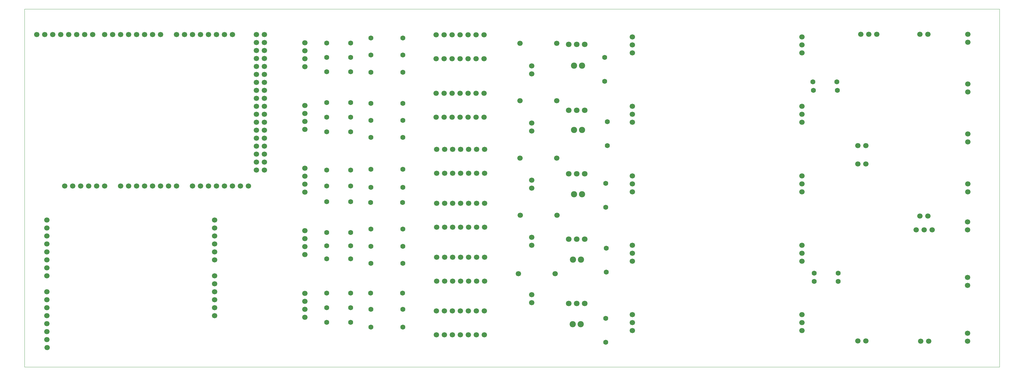
<source format=gbs>
%FSLAX43Y43*%
%MOMM*%
G71*
G01*
G75*
G04 Layer_Color=16711935*
%ADD10C,0.250*%
%ADD11C,0.254*%
%ADD12C,0.100*%
%ADD13C,1.500*%
%ADD14C,1.500*%
%ADD15C,1.400*%
%ADD16C,1.778*%
%ADD17C,1.600*%
%ADD18C,1.000*%
%ADD19C,2.000*%
%ADD20C,0.200*%
%ADD21C,0.127*%
%ADD22C,0.500*%
%ADD23C,1.700*%
%ADD24C,1.700*%
%ADD25C,1.600*%
%ADD26C,1.978*%
%ADD27C,1.800*%
D12*
X-0Y-0D02*
Y114000D01*
Y-0D02*
X310000D01*
Y114000D01*
X-0D02*
X310000D01*
D23*
X146320Y34970D02*
D03*
X143780D02*
D03*
X141240D02*
D03*
X138700D02*
D03*
X136160D02*
D03*
X133620D02*
D03*
X131080D02*
D03*
X146320Y27350D02*
D03*
X143780D02*
D03*
X141240D02*
D03*
X138700D02*
D03*
X136160D02*
D03*
X133620D02*
D03*
X131080D02*
D03*
X146320Y52140D02*
D03*
X143780D02*
D03*
X141240D02*
D03*
X138700D02*
D03*
X136160D02*
D03*
X133620D02*
D03*
X131080D02*
D03*
X146320Y44520D02*
D03*
X143780D02*
D03*
X141240D02*
D03*
X138700D02*
D03*
X136160D02*
D03*
X133620D02*
D03*
X131080D02*
D03*
X146140Y87210D02*
D03*
X143600D02*
D03*
X141060D02*
D03*
X138520D02*
D03*
X135980D02*
D03*
X133440D02*
D03*
X130900D02*
D03*
X146140Y79590D02*
D03*
X143600D02*
D03*
X141060D02*
D03*
X138520D02*
D03*
X135980D02*
D03*
X133440D02*
D03*
X130900D02*
D03*
X146140Y105820D02*
D03*
X143600D02*
D03*
X141060D02*
D03*
X138520D02*
D03*
X135980D02*
D03*
X133440D02*
D03*
X130900D02*
D03*
X146140Y98200D02*
D03*
X143600D02*
D03*
X141060D02*
D03*
X138520D02*
D03*
X135980D02*
D03*
X133440D02*
D03*
X130900D02*
D03*
X146180Y17800D02*
D03*
X143640D02*
D03*
X141100D02*
D03*
X138560D02*
D03*
X136020D02*
D03*
X133480D02*
D03*
X130940D02*
D03*
X146180Y10180D02*
D03*
X143640D02*
D03*
X141100D02*
D03*
X138560D02*
D03*
X136020D02*
D03*
X133480D02*
D03*
X130940D02*
D03*
X146320Y69310D02*
D03*
X143780D02*
D03*
X141240D02*
D03*
X138700D02*
D03*
X136160D02*
D03*
X133620D02*
D03*
X131080D02*
D03*
X146320Y61690D02*
D03*
X143780D02*
D03*
X141240D02*
D03*
X138700D02*
D03*
X136160D02*
D03*
X133620D02*
D03*
X131080D02*
D03*
D24*
X287240Y106000D02*
D03*
X284700D02*
D03*
X287240Y48100D02*
D03*
X284700D02*
D03*
X299900Y43660D02*
D03*
Y46200D02*
D03*
X267500Y64700D02*
D03*
X264960D02*
D03*
X267500Y8240D02*
D03*
X264960D02*
D03*
X299900Y8200D02*
D03*
Y10740D02*
D03*
Y25930D02*
D03*
Y28470D02*
D03*
X89100Y95660D02*
D03*
Y98200D02*
D03*
Y100740D02*
D03*
Y103280D02*
D03*
Y75690D02*
D03*
Y78230D02*
D03*
Y80770D02*
D03*
Y83310D02*
D03*
Y55720D02*
D03*
Y58260D02*
D03*
Y60800D02*
D03*
Y63340D02*
D03*
Y35750D02*
D03*
Y38290D02*
D03*
Y40830D02*
D03*
Y43370D02*
D03*
Y15780D02*
D03*
Y18320D02*
D03*
Y20860D02*
D03*
Y23400D02*
D03*
X161300Y77685D02*
D03*
Y75145D02*
D03*
Y59470D02*
D03*
Y56930D02*
D03*
Y41255D02*
D03*
Y38715D02*
D03*
Y23040D02*
D03*
Y20500D02*
D03*
X288640Y43660D02*
D03*
X286100D02*
D03*
X283560D02*
D03*
X284960Y8200D02*
D03*
X287500D02*
D03*
X265960Y105960D02*
D03*
X268500D02*
D03*
X271040D02*
D03*
X264960Y70500D02*
D03*
X267500D02*
D03*
X7200Y6150D02*
D03*
X7100Y23930D02*
D03*
Y21390D02*
D03*
Y18850D02*
D03*
Y16310D02*
D03*
Y13770D02*
D03*
Y11230D02*
D03*
Y8690D02*
D03*
X60400Y34080D02*
D03*
Y36620D02*
D03*
Y39160D02*
D03*
Y41700D02*
D03*
Y44240D02*
D03*
Y46780D02*
D03*
X7100Y29000D02*
D03*
Y31540D02*
D03*
Y34080D02*
D03*
Y36620D02*
D03*
Y39160D02*
D03*
Y41700D02*
D03*
Y44240D02*
D03*
Y46780D02*
D03*
X157575Y103100D02*
D03*
X169225D02*
D03*
X157575Y84825D02*
D03*
X169225D02*
D03*
X157575Y66550D02*
D03*
X169225D02*
D03*
X157675Y48300D02*
D03*
X169325D02*
D03*
X157075Y29700D02*
D03*
X168725D02*
D03*
X60400Y29020D02*
D03*
Y26480D02*
D03*
Y23940D02*
D03*
Y21400D02*
D03*
Y18860D02*
D03*
Y16320D02*
D03*
X300000Y103460D02*
D03*
Y106000D02*
D03*
Y87573D02*
D03*
Y90113D02*
D03*
Y71687D02*
D03*
Y74227D02*
D03*
X73720Y105910D02*
D03*
X76260D02*
D03*
X73720Y103370D02*
D03*
X76260D02*
D03*
X73720Y100830D02*
D03*
X76260D02*
D03*
X73720Y98290D02*
D03*
X76260D02*
D03*
X73720Y95750D02*
D03*
X76260D02*
D03*
X73720Y93210D02*
D03*
X76260D02*
D03*
X73720Y90670D02*
D03*
X76260D02*
D03*
X73720Y88130D02*
D03*
X76260D02*
D03*
X73720Y85590D02*
D03*
X76260D02*
D03*
X73720Y83050D02*
D03*
X76260D02*
D03*
X73720Y80510D02*
D03*
X76260D02*
D03*
X73720Y77970D02*
D03*
X76260D02*
D03*
X73720Y75430D02*
D03*
X76260D02*
D03*
X73720Y72890D02*
D03*
X76260D02*
D03*
X73720Y70350D02*
D03*
X76260D02*
D03*
X73720Y67810D02*
D03*
X76260D02*
D03*
X73720Y65270D02*
D03*
X76260D02*
D03*
X73720Y62730D02*
D03*
X76260D02*
D03*
X48320Y57650D02*
D03*
X45780D02*
D03*
X43240D02*
D03*
X40700D02*
D03*
X38160D02*
D03*
X35620D02*
D03*
X33080D02*
D03*
X30540D02*
D03*
X71180D02*
D03*
X68640D02*
D03*
X66100D02*
D03*
X63560D02*
D03*
X61020D02*
D03*
X58480D02*
D03*
X55940D02*
D03*
X53400D02*
D03*
X21650Y105910D02*
D03*
X19110D02*
D03*
X16570D02*
D03*
X14030D02*
D03*
X11490D02*
D03*
X8950D02*
D03*
X6410D02*
D03*
X3870D02*
D03*
X43240D02*
D03*
X40700D02*
D03*
X38160D02*
D03*
X35620D02*
D03*
X33080D02*
D03*
X30540D02*
D03*
X28000D02*
D03*
X25460D02*
D03*
X12760Y57650D02*
D03*
X15300D02*
D03*
X17840D02*
D03*
X20380D02*
D03*
X22920D02*
D03*
X25460D02*
D03*
X48320Y105910D02*
D03*
X50860D02*
D03*
X53400D02*
D03*
X55940D02*
D03*
X58480D02*
D03*
X61020D02*
D03*
X63560D02*
D03*
X66100D02*
D03*
X300000Y55800D02*
D03*
Y58340D02*
D03*
X247200Y100060D02*
D03*
Y102600D02*
D03*
Y105140D02*
D03*
X193300Y100060D02*
D03*
Y102600D02*
D03*
Y105140D02*
D03*
X247200Y77935D02*
D03*
Y80475D02*
D03*
Y83015D02*
D03*
X193300Y77935D02*
D03*
Y80475D02*
D03*
Y83015D02*
D03*
X247200Y55810D02*
D03*
Y58350D02*
D03*
Y60890D02*
D03*
X193300Y55810D02*
D03*
Y58350D02*
D03*
Y60890D02*
D03*
X247200Y33685D02*
D03*
Y36225D02*
D03*
Y38765D02*
D03*
X193300Y33685D02*
D03*
Y36225D02*
D03*
Y38765D02*
D03*
X247200Y11560D02*
D03*
Y14100D02*
D03*
Y16640D02*
D03*
X193300Y11560D02*
D03*
Y14100D02*
D03*
Y16640D02*
D03*
X161300Y95900D02*
D03*
Y93360D02*
D03*
D25*
X184500Y98610D02*
D03*
Y90990D02*
D03*
X185300Y78110D02*
D03*
Y70490D02*
D03*
X184800Y58510D02*
D03*
Y50890D02*
D03*
X185000Y37810D02*
D03*
Y30190D02*
D03*
X184800Y15510D02*
D03*
Y7890D02*
D03*
X258310Y90800D02*
D03*
X250690D02*
D03*
X250890Y88100D02*
D03*
X258510D02*
D03*
X251090Y27200D02*
D03*
X258710D02*
D03*
Y29900D02*
D03*
X251090D02*
D03*
X110120Y104800D02*
D03*
X120280D02*
D03*
X110120Y99350D02*
D03*
X120280D02*
D03*
X110120Y93900D02*
D03*
X120280D02*
D03*
X96090Y103200D02*
D03*
X103710D02*
D03*
X96090Y98600D02*
D03*
X103710D02*
D03*
X96090Y94000D02*
D03*
X103710D02*
D03*
X110120Y84000D02*
D03*
X120280D02*
D03*
X110120Y78550D02*
D03*
X120280D02*
D03*
X110120Y73100D02*
D03*
X120280D02*
D03*
X96090Y84200D02*
D03*
X103710D02*
D03*
X96090Y79550D02*
D03*
X103710D02*
D03*
X96090Y74900D02*
D03*
X103710D02*
D03*
X110120Y63000D02*
D03*
X120280D02*
D03*
X110120Y57250D02*
D03*
X120280D02*
D03*
X110020Y52400D02*
D03*
X120180D02*
D03*
X96090Y62700D02*
D03*
X103710D02*
D03*
X96090Y57650D02*
D03*
X103710D02*
D03*
X96090Y52600D02*
D03*
X103710D02*
D03*
X110120Y43900D02*
D03*
X120280D02*
D03*
X110120Y38450D02*
D03*
X120280D02*
D03*
X110120Y33000D02*
D03*
X120280D02*
D03*
X96090Y42800D02*
D03*
X103710D02*
D03*
X96090Y38600D02*
D03*
X103710D02*
D03*
X96090Y34400D02*
D03*
X103710D02*
D03*
X110020Y23500D02*
D03*
X120180D02*
D03*
X110120Y18350D02*
D03*
X120280D02*
D03*
X110120Y12700D02*
D03*
X120280D02*
D03*
X96090Y23500D02*
D03*
X103710D02*
D03*
X96090Y18850D02*
D03*
X103710D02*
D03*
X96090Y14200D02*
D03*
X103710D02*
D03*
D26*
X177270Y96000D02*
D03*
X174730D02*
D03*
X177270Y75500D02*
D03*
X174730D02*
D03*
Y55000D02*
D03*
X177270D02*
D03*
X176870Y13600D02*
D03*
X174330D02*
D03*
X176970Y34200D02*
D03*
X174430D02*
D03*
D27*
X178140Y102800D02*
D03*
X175600D02*
D03*
X173060D02*
D03*
X178140Y81800D02*
D03*
X175600D02*
D03*
X173060D02*
D03*
X178140Y61500D02*
D03*
X175600D02*
D03*
X173060D02*
D03*
X178140Y40700D02*
D03*
X175600D02*
D03*
X173060D02*
D03*
X178140Y20200D02*
D03*
X175600D02*
D03*
X173060D02*
D03*
M02*

</source>
